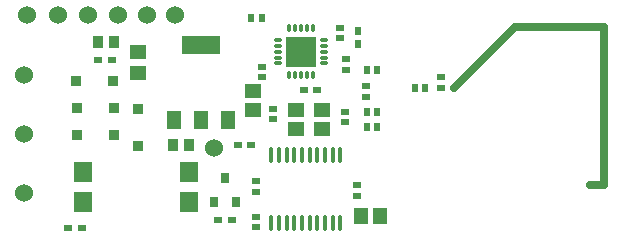
<source format=gts>
%FSLAX25Y25*%
%MOIN*%
G70*
G01*
G75*
%ADD10R,0.02953X0.02362*%
%ADD11R,0.05512X0.04528*%
%ADD12O,0.01575X0.05315*%
%ADD13R,0.09842X0.09842*%
%ADD14O,0.01181X0.02874*%
%ADD15O,0.02874X0.01181*%
%ADD16R,0.12992X0.06299*%
%ADD17R,0.04724X0.06299*%
%ADD18C,0.06000*%
%ADD19R,0.02362X0.02953*%
%ADD20R,0.03150X0.03543*%
%ADD21R,0.02520X0.02362*%
%ADD22R,0.02362X0.02520*%
%ADD23R,0.05984X0.07008*%
%ADD24R,0.03543X0.03740*%
%ADD25R,0.03740X0.03543*%
%ADD26R,0.03543X0.03937*%
%ADD27R,0.05118X0.05512*%
%ADD28R,0.05512X0.05118*%
%ADD29R,0.05315X0.04528*%
%ADD49C,0.02500*%
D10*
X360736Y242500D02*
D03*
X365264D02*
D03*
X292236Y252500D02*
D03*
X296764D02*
D03*
X336764Y199000D02*
D03*
X332236D02*
D03*
X282236Y196500D02*
D03*
X286764D02*
D03*
X338736Y224000D02*
D03*
X343264D02*
D03*
D11*
X366831Y235650D02*
D03*
Y229350D02*
D03*
X358169Y235650D02*
D03*
Y229350D02*
D03*
D12*
X373016Y220819D02*
D03*
X370457D02*
D03*
X367898D02*
D03*
X365339D02*
D03*
X362779D02*
D03*
X360221D02*
D03*
X357661D02*
D03*
X355102D02*
D03*
X352543D02*
D03*
X349984D02*
D03*
X373016Y198181D02*
D03*
X370457D02*
D03*
X367898D02*
D03*
X365339D02*
D03*
X362779D02*
D03*
X360221D02*
D03*
X357661D02*
D03*
X355102D02*
D03*
X352543D02*
D03*
X349984D02*
D03*
D13*
X359937Y255236D02*
D03*
D14*
X356000Y262972D02*
D03*
X357968D02*
D03*
X359937D02*
D03*
X361906D02*
D03*
X363874D02*
D03*
Y247500D02*
D03*
X361906D02*
D03*
X359937D02*
D03*
X357968D02*
D03*
X356000D02*
D03*
D15*
X367673Y259173D02*
D03*
Y257205D02*
D03*
Y255236D02*
D03*
Y253268D02*
D03*
Y251299D02*
D03*
X352201D02*
D03*
Y253268D02*
D03*
Y255236D02*
D03*
Y257205D02*
D03*
Y259173D02*
D03*
D16*
X326500Y257598D02*
D03*
D17*
X335555Y232402D02*
D03*
X326500D02*
D03*
X317445D02*
D03*
D18*
X331000Y223000D02*
D03*
X268500Y267500D02*
D03*
X289000D02*
D03*
X279000D02*
D03*
X299000D02*
D03*
X308500D02*
D03*
X318000D02*
D03*
X267500Y247500D02*
D03*
Y227815D02*
D03*
Y208130D02*
D03*
D19*
X379000Y262264D02*
D03*
Y257736D02*
D03*
D20*
X334500Y212937D02*
D03*
X338240Y205063D02*
D03*
X330760D02*
D03*
D21*
X381500Y243732D02*
D03*
Y240268D02*
D03*
X375000Y249268D02*
D03*
Y252732D02*
D03*
X350500Y236232D02*
D03*
Y232768D02*
D03*
X374500Y231768D02*
D03*
Y235232D02*
D03*
X378500Y210732D02*
D03*
Y207268D02*
D03*
X345000Y211965D02*
D03*
Y208500D02*
D03*
Y196768D02*
D03*
Y200232D02*
D03*
X406500Y246732D02*
D03*
Y243268D02*
D03*
X347000Y246768D02*
D03*
Y250232D02*
D03*
X373000Y259768D02*
D03*
Y263232D02*
D03*
D22*
X381768Y249000D02*
D03*
X385232D02*
D03*
X397768Y243000D02*
D03*
X401232D02*
D03*
X385232Y230000D02*
D03*
X381768D02*
D03*
X385232Y235000D02*
D03*
X381768D02*
D03*
X346732Y266500D02*
D03*
X343268D02*
D03*
D23*
X322500Y205000D02*
D03*
Y215000D02*
D03*
X287067Y205000D02*
D03*
Y215000D02*
D03*
D24*
X285299Y236500D02*
D03*
X297701D02*
D03*
X285299Y227500D02*
D03*
X297701D02*
D03*
X297201Y245500D02*
D03*
X284799D02*
D03*
D25*
X305500Y236201D02*
D03*
Y223799D02*
D03*
D26*
X317342Y224000D02*
D03*
X322657D02*
D03*
X297657Y258500D02*
D03*
X292342D02*
D03*
D27*
X386150Y200500D02*
D03*
X379850D02*
D03*
D28*
X344000Y235850D02*
D03*
Y242150D02*
D03*
D29*
X305500Y254945D02*
D03*
Y248055D02*
D03*
D49*
X460960Y210868D02*
Y263468D01*
X431160D02*
X460960D01*
X410950Y243268D02*
X431160Y263468D01*
X456130Y210868D02*
X460960D01*
M02*

</source>
